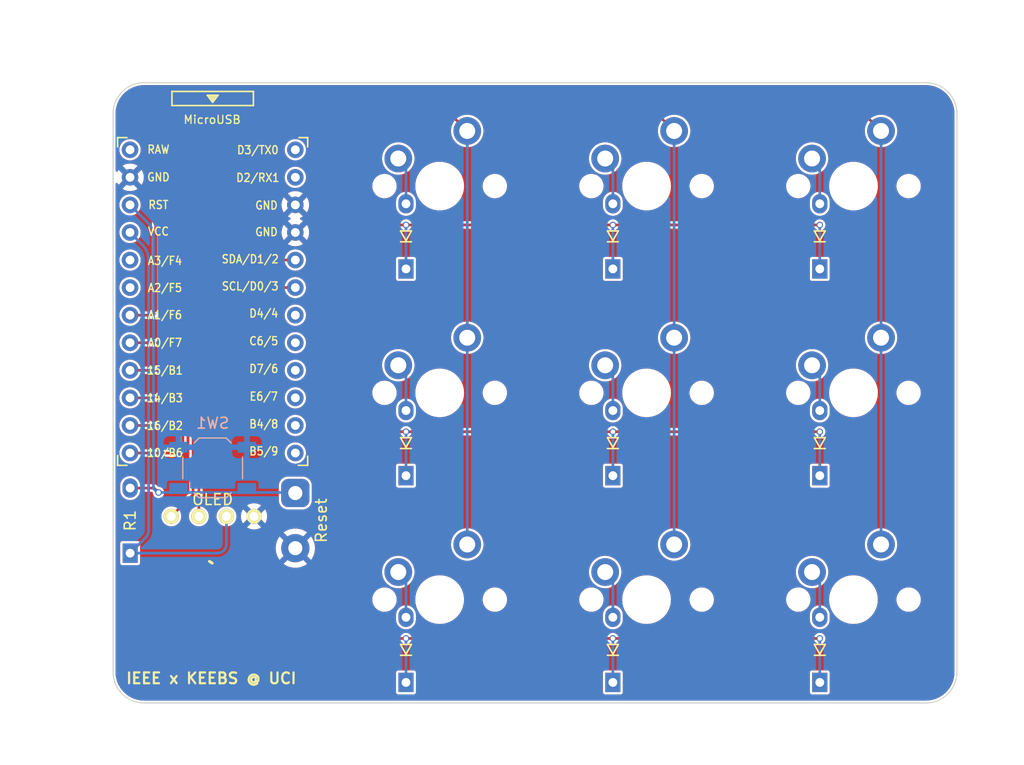
<source format=kicad_pcb>
(kicad_pcb (version 20211014) (generator pcbnew)
  (layers (0 "F.Cu" signal) (31 "B.Cu" signal) (34 "B.Paste" user) (35 "F.Paste" user) (36 "B.SilkS" user "B.Silkscreen") (37 "F.SilkS" user "F.Silkscreen") (38 "B.Mask" user) (39 "F.Mask" user) (44 "Edge.Cuts" user))
  (net 0 "")
  (net 1 "GND")
  (net 2 "row0")
  (net 3 "SDA")
  (net 4 "SCL")
  (net 5 "col0")
  (net 6 "col1")
  (net 7 "col2")
  (net 8 "+5V")
  (net 9 "Net-(R1-Pad2)")
  (net 19 "row1")
  (net 20 "row2")
  (net 21 "Net-(D1-Pad2)")
  (net 22 "Net-(D2-Pad2)")
  (net 23 "Net-(D3-Pad2)")
  (net 24 "Net-(D4-Pad2)")
  (net 25 "Net-(D5-Pad2)")
  (net 26 "Net-(D6-Pad2)")
  (net 27 "Net-(D7-Pad2)")
  (net 28 "Net-(D8-Pad2)")
  (net 29 "Net-(D9-Pad2)")
  (footprint "bevin:MXOnly-1U-NoLED" (layer "F.Cu") (at 135.999524 66.675)
    (fp_text reference "MX2")
    (fp_text value "MX-NoLED")
    (pad "" np_thru_hole circle (at -5.08 0 48.0996) (size 1.75 1.75) (drill 1.75) (layers *.Cu *.Mask))
    (pad "" np_thru_hole circle (at 0 0) (size 3.9878 3.9878) (drill 3.9878) (layers *.Cu *.Mask))
    (pad "" np_thru_hole circle (at 5.08 0 48.0996) (size 1.75 1.75) (drill 1.75) (layers *.Cu *.Mask))
    (pad "1" thru_hole circle (at -3.81 -2.54) (size 2.55 2.55) (drill 1.47) (layers *.Cu "B.Mask") (net 24 "Net-(D4-Pad2)"))
    (pad "2" thru_hole circle (at 2.54 -5.08) (size 2.55 2.55) (drill 1.47) (layers *.Cu "B.Mask") (net 5 "col0"))
  )
  (footprint "bevin:D3_TH_nonHybrid" (layer "F.Cu") (at 151.949524 71.30625 90)
    (fp_text reference "D5" hide)
    (fp_text value "D_Small" hide)
    (fp_line (start 0.5 -0.5) (end 0.5 0.5) (layer "F.SilkS") (width 0.15))
    (fp_line (start -0.5 -0.5) (end -0.5 0.5) (layer "F.SilkS") (width 0.15))
    (fp_line (start 0.5 0.5) (end -0.4 0) (layer "F.SilkS") (width 0.15))
    (fp_line (start -0.4 0) (end 0.5 -0.5) (layer "F.SilkS") (width 0.15))
    (pad "1" thru_hole rect (at -3 0 90) (size 1.778 1.397) (drill 0.8128) (layers *.Cu "B.Mask") (net 19 "row1"))
    (pad "2" thru_hole oval (at 3 0 90) (size 1.778 1.397) (drill 0.8128) (layers *.Cu "B.Mask") (net 25 "Net-(D5-Pad2)"))
  )
  (footprint "bevin:MXOnly-1U-NoLED" (layer "F.Cu") (at 155.049524 47.625)
    (fp_text reference "MX4")
    (fp_text value "MX-NoLED")
    (pad "" np_thru_hole circle (at 5.08 0 48.0996) (size 1.75 1.75) (drill 1.75) (layers *.Cu *.Mask))
    (pad "" np_thru_hole circle (at -5.08 0 48.0996) (size 1.75 1.75) (drill 1.75) (layers *.Cu *.Mask))
    (pad "" np_thru_hole circle (at 0 0) (size 3.9878 3.9878) (drill 3.9878) (layers *.Cu *.Mask))
    (pad "1" thru_hole circle (at -3.81 -2.54) (size 2.55 2.55) (drill 1.47) (layers *.Cu "B.Mask") (net 22 "Net-(D2-Pad2)"))
    (pad "2" thru_hole circle (at 2.54 -5.08) (size 2.55 2.55) (drill 1.47) (layers *.Cu "B.Mask") (net 6 "col1"))
  )
  (footprint "bevin:OLED_v2" (layer "F.Cu") (at 115.099942 78.05625)
    (fp_text reference "J1")
    (fp_text value "OLED" hide)
    (fp_text user "OLED" (at 0 -1.55) (layer "F.SilkS"))
    (pad "1" thru_hole circle locked (at -3.81 0) (size 1.397 1.397) (drill 0.8128) (layers *.Cu "F.SilkS" "B.Mask") (net 3 "SDA"))
    (pad "2" thru_hole circle locked (at -1.27 0) (size 1.397 1.397) (drill 0.8128) (layers *.Cu "F.SilkS" "B.Mask") (net 4 "SCL"))
    (pad "3" thru_hole circle locked (at 1.27 0) (size 1.397 1.397) (drill 0.8128) (layers *.Cu "F.SilkS" "B.Mask") (net 8 "+5V"))
    (pad "4" thru_hole circle locked (at 3.81 0) (size 1.397 1.397) (drill 0.8128) (layers *.Cu "F.SilkS" "B.Mask") (net 1 "GND"))
  )
  (footprint "bevin:MXOnly-1U-NoLED" (layer "F.Cu") (at 155.049524 66.675)
    (fp_text reference "MX5")
    (fp_text value "MX-NoLED")
    (pad "" np_thru_hole circle (at 0 0) (size 3.9878 3.9878) (drill 3.9878) (layers *.Cu *.Mask))
    (pad "" np_thru_hole circle (at -5.08 0 48.0996) (size 1.75 1.75) (drill 1.75) (layers *.Cu *.Mask))
    (pad "" np_thru_hole circle (at 5.08 0 48.0996) (size 1.75 1.75) (drill 1.75) (layers *.Cu *.Mask))
    (pad "1" thru_hole circle (at -3.81 -2.54) (size 2.55 2.55) (drill 1.47) (layers *.Cu "B.Mask") (net 25 "Net-(D5-Pad2)"))
    (pad "2" thru_hole circle (at 2.54 -5.08) (size 2.55 2.55) (drill 1.47) (layers *.Cu "B.Mask") (net 6 "col1"))
  )
  (footprint "bevin:MXOnly-1U-NoLED" (layer "F.Cu") (at 135.999524 85.725)
    (fp_text reference "MX3")
    (fp_text value "MX-NoLED")
    (pad "" np_thru_hole circle (at 0 0) (size 3.9878 3.9878) (drill 3.9878) (layers *.Cu *.Mask))
    (pad "" np_thru_hole circle (at -5.08 0 48.0996) (size 1.75 1.75) (drill 1.75) (layers *.Cu *.Mask))
    (pad "" np_thru_hole circle (at 5.08 0 48.0996) (size 1.75 1.75) (drill 1.75) (layers *.Cu *.Mask))
    (pad "1" thru_hole circle (at -3.81 -2.54) (size 2.55 2.55) (drill 1.47) (layers *.Cu "B.Mask") (net 27 "Net-(D7-Pad2)"))
    (pad "2" thru_hole circle (at 2.54 -5.08) (size 2.55 2.55) (drill 1.47) (layers *.Cu "B.Mask") (net 5 "col0"))
  )
  (footprint "bevin:D3_TH_nonHybrid" (layer "F.Cu") (at 132.899524 90.35625 90)
    (fp_text reference "D7" hide)
    (fp_text value "D_Small" hide)
    (fp_line (start 0.5 -0.5) (end 0.5 0.5) (layer "F.SilkS") (width 0.15))
    (fp_line (start -0.4 0) (end 0.5 -0.5) (layer "F.SilkS") (width 0.15))
    (fp_line (start -0.5 -0.5) (end -0.5 0.5) (layer "F.SilkS") (width 0.15))
    (fp_line (start 0.5 0.5) (end -0.4 0) (layer "F.SilkS") (width 0.15))
    (pad "1" thru_hole rect (at -3 0 90) (size 1.778 1.397) (drill 0.8128) (layers *.Cu "B.Mask") (net 20 "row2"))
    (pad "2" thru_hole oval (at 3 0 90) (size 1.778 1.397) (drill 0.8128) (layers *.Cu "B.Mask") (net 27 "Net-(D7-Pad2)"))
  )
  (footprint "bevin:D3_TH_nonHybrid" (layer "F.Cu") (at 132.899524 71.30625 90)
    (fp_text reference "D4" hide)
    (fp_text value "D_Small" hide)
    (fp_line (start -0.5 -0.5) (end -0.5 0.5) (layer "F.SilkS") (width 0.15))
    (fp_line (start -0.4 0) (end 0.5 -0.5) (layer "F.SilkS") (width 0.15))
    (fp_line (start 0.5 0.5) (end -0.4 0) (layer "F.SilkS") (width 0.15))
    (fp_line (start 0.5 -0.5) (end 0.5 0.5) (layer "F.SilkS") (width 0.15))
    (pad "1" thru_hole rect (at -3 0 90) (size 1.778 1.397) (drill 0.8128) (layers *.Cu "B.Mask") (net 19 "row1"))
    (pad "2" thru_hole oval (at 3 0 90) (size 1.778 1.397) (drill 0.8128) (layers *.Cu "B.Mask") (net 24 "Net-(D4-Pad2)"))
  )
  (footprint "bevin:R3_TH_nonHybrid" (layer "F.Cu") (at 107.499942 78.44625 90)
    (fp_text reference "R1" hide)
    (fp_text value "10k" hide)
    (fp_text user "R1" (at 0 0 90 unlocked) (layer "F.SilkS"))
    (pad "1" thru_hole rect (at -3 0 90) (size 1.778 1.397) (drill 0.8128) (layers *.Cu "B.Mask") (net 8 "+5V"))
    (pad "2" thru_hole oval (at 3 0 90) (size 1.778 1.397) (drill 0.8128) (layers *.Cu "B.Mask") (net 9 "Net-(R1-Pad2)"))
  )
  (footprint "bevin:D3_TH_nonHybrid" (layer "F.Cu") (at 170.999524 90.35625 90)
    (fp_text reference "D9" hide)
    (fp_text value "D_Small" hide)
    (fp_line (start -0.5 -0.5) (end -0.5 0.5) (layer "F.SilkS") (width 0.15))
    (fp_line (start 0.5 -0.5) (end 0.5 0.5) (layer "F.SilkS") (width 0.15))
    (fp_line (start 0.5 0.5) (end -0.4 0) (layer "F.SilkS") (width 0.15))
    (fp_line (start -0.4 0) (end 0.5 -0.5) (layer "F.SilkS") (width 0.15))
    (pad "1" thru_hole rect (at -3 0 90) (size 1.778 1.397) (drill 0.8128) (layers *.Cu "B.Mask") (net 20 "row2"))
    (pad "2" thru_hole oval (at 3 0 90) (size 1.778 1.397) (drill 0.8128) (layers *.Cu "B.Mask") (net 29 "Net-(D9-Pad2)"))
  )
  (footprint "bevin:D3_TH_nonHybrid" (layer "F.Cu") (at 132.899524 52.25625 90)
    (fp_text reference "D1" hide)
    (fp_text value "D_Small" hide)
    (fp_line (start 0.5 0.5) (end -0.4 0) (layer "F.SilkS") (width 0.15))
    (fp_line (start 0.5 -0.5) (end 0.5 0.5) (layer "F.SilkS") (width 0.15))
    (fp_line (start -0.5 -0.5) (end -0.5 0.5) (layer "F.SilkS") (width 0.15))
    (fp_line (start -0.4 0) (end 0.5 -0.5) (layer "F.SilkS") (width 0.15))
    (pad "1" thru_hole rect (at -3 0 90) (size 1.778 1.397) (drill 0.8128) (layers *.Cu "B.Mask") (net 2 "row0"))
    (pad "2" thru_hole oval (at 3 0 90) (size 1.778 1.397) (drill 0.8128) (layers *.Cu "B.Mask") (net 21 "Net-(D1-Pad2)"))
  )
  (footprint "bevin:D3_TH_nonHybrid" (layer "F.Cu") (at 170.999524 71.30625 90)
    (fp_text reference "D6" hide)
    (fp_text value "D_Small" hide)
    (fp_line (start -0.5 -0.5) (end -0.5 0.5) (layer "F.SilkS") (width 0.15))
    (fp_line (start 0.5 -0.5) (end 0.5 0.5) (layer "F.SilkS") (width 0.15))
    (fp_line (start -0.4 0) (end 0.5 -0.5) (layer "F.SilkS") (width 0.15))
    (fp_line (start 0.5 0.5) (end -0.4 0) (layer "F.SilkS") (width 0.15))
    (pad "1" thru_hole rect (at -3 0 90) (size 1.778 1.397) (drill 0.8128) (layers *.Cu "B.Mask") (net 19 "row1"))
    (pad "2" thru_hole oval (at 3 0 90) (size 1.778 1.397) (drill 0.8128) (layers *.Cu "B.Mask") (net 26 "Net-(D6-Pad2)"))
  )
  (footprint "bevin:D3_TH_nonHybrid" (layer "F.Cu") (at 151.949524 52.25625 90)
    (fp_text reference "D2" hide)
    (fp_text value "D_Small" hide)
    (fp_line (start 0.5 -0.5) (end 0.5 0.5) (layer "F.SilkS") (width 0.15))
    (fp_line (start -0.4 0) (end 0.5 -0.5) (layer "F.SilkS") (width 0.15))
    (fp_line (start 0.5 0.5) (end -0.4 0) (layer "F.SilkS") (width 0.15))
    (fp_line (start -0.5 -0.5) (end -0.5 0.5) (layer "F.SilkS") (width 0.15))
    (pad "1" thru_hole rect (at -3 0 90) (size 1.778 1.397) (drill 0.8128) (layers *.Cu "B.Mask") (net 2 "row0"))
    (pad "2" thru_hole oval (at 3 0 90) (size 1.778 1.397) (drill 0.8128) (layers *.Cu "B.Mask") (net 22 "Net-(D2-Pad2)"))
  )
  (footprint "bevin:MXOnly-1U-NoLED" (layer "F.Cu") (at 174.099524 47.625)
    (fp_text reference "MX7")
    (fp_text value "MX-NoLED")
    (pad "" np_thru_hole circle (at 0 0) (size 3.9878 3.9878) (drill 3.9878) (layers *.Cu *.Mask))
    (pad "" np_thru_hole circle (at 5.08 0 48.0996) (size 1.75 1.75) (drill 1.75) (layers *.Cu *.Mask))
    (pad "" np_thru_hole circle (at -5.08 0 48.0996) (size 1.75 1.75) (drill 1.75) (layers *.Cu *.Mask))
    (pad "1" thru_hole circle (at -3.81 -2.54) (size 2.55 2.55) (drill 1.47) (layers *.Cu "B.Mask") (net 23 "Net-(D3-Pad2)"))
    (pad "2" thru_hole circle (at 2.54 -5.08) (size 2.55 2.55) (drill 1.47) (layers *.Cu "B.Mask") (net 7 "col2"))
  )
  (footprint "bevin:MXOnly-1U-NoLED" (layer "F.Cu") (at 135.999524 47.625)
    (fp_text reference "MX1")
    (fp_text value "MX-NoLED")
    (pad "" np_thru_hole circle (at -5.08 0 48.0996) (size 1.75 1.75) (drill 1.75) (layers *.Cu *.Mask))
    (pad "" np_thru_hole circle (at 0 0) (size 3.9878 3.9878) (drill 3.9878) (layers *.Cu *.Mask))
    (pad "" np_thru_hole circle (at 5.08 0 48.0996) (size 1.75 1.75) (drill 1.75) (layers *.Cu *.Mask))
    (pad "1" thru_hole circle (at -3.81 -2.54) (size 2.55 2.55) (drill 1.47) (layers *.Cu "B.Mask") (net 21 "Net-(D1-Pad2)"))
    (pad "2" thru_hole circle (at 2.54 -5.08) (size 2.55 2.55) (drill 1.47) (layers *.Cu "B.Mask") (net 5 "col0"))
  )
  (footprint "bevin:D3_TH_nonHybrid" (layer "F.Cu") (at 151.949524 90.35625 90)
    (fp_text reference "D8" hide)
    (fp_text value "D_Small" hide)
    (fp_line (start 0.5 0.5) (end -0.4 0) (layer "F.SilkS") (width 0.15))
    (fp_line (start -0.4 0) (end 0.5 -0.5) (layer "F.SilkS") (width 0.15))
    (fp_line (start -0.5 -0.5) (end -0.5 0.5) (layer "F.SilkS") (width 0.15))
    (fp_line (start 0.5 -0.5) (end 0.5 0.5) (layer "F.SilkS") (width 0.15))
    (pad "1" thru_hole rect (at -3 0 90) (size 1.778 1.397) (drill 0.8128) (layers *.Cu "B.Mask") (net 20 "row2"))
    (pad "2" thru_hole oval (at 3 0 90) (size 1.778 1.397) (drill 0.8128) (layers *.Cu "B.Mask") (net 28 "Net-(D8-Pad2)"))
  )
  (footprint "bevin:MXOnly-1U-NoLED" (layer "F.Cu") (at 155.049524 85.725)
    (fp_text reference "MX6")
    (fp_text value "MX-NoLED")
    (pad "" np_thru_hole circle (at -5.08 0 48.0996) (size 1.75 1.75) (drill 1.75) (layers *.Cu *.Mask))
    (pad "" np_thru_hole circle (at 5.08 0 48.0996) (size 1.75 1.75) (drill 1.75) (layers *.Cu *.Mask))
    (pad "" np_thru_hole circle (at 0 0) (size 3.9878 3.9878) (drill 3.9878) (layers *.Cu *.Mask))
    (pad "1" thru_hole circle (at -3.81 -2.54) (size 2.55 2.55) (drill 1.47) (layers *.Cu "B.Mask") (net 28 "Net-(D8-Pad2)"))
    (pad "2" thru_hole circle (at 2.54 -5.08) (size 2.55 2.55) (drill 1.47) (layers *.Cu "B.Mask") (net 6 "col1"))
  )
  (footprint "bevin:MXOnly-1U-NoLED" (layer "F.Cu") (at 174.099524 66.675)
    (fp_text reference "MX8")
    (fp_text value "MX-NoLED")
    (pad "" np_thru_hole circle (at 5.08 0 48.0996) (size 1.75 1.75) (drill 1.75) (layers *.Cu *.Mask))
    (pad "" np_thru_hole circle (at 0 0) (size 3.9878 3.9878) (drill 3.9878) (layers *.Cu *.Mask))
    (pad "" np_thru_hole circle (at -5.08 0 48.0996) (size 1.75 1.75) (drill 1.75) (layers *.Cu *.Mask))
    (pad "1" thru_hole circle (at -3.81 -2.54) (size 2.55 2.55) (drill 1.47) (layers *.Cu "B.Mask") (net 26 "Net-(D6-Pad2)"))
    (pad "2" thru_hole circle (at 2.54 -5.08) (size 2.55 2.55) (drill 1.47) (layers *.Cu "B.Mask") (net 7 "col2"))
  )
  (footprint "bevin:ProMicro_v3" (layer "F.Cu") (at 115.099942 58.75625)
    (fp_text reference "U1" hide)
    (fp_text value "ProMicro" hide)
    (fp_text user "RAW" (at -4.995 -14.5 unlocked) (layer "F.SilkS") (effects (font (size 0.75 0.67) (thickness 0.125))))
    (fp_text user "14/B3" (at -4.395 8.4 unlocked) (layer "F.SilkS") (effects (font (size 0.75 0.67) (thickness 0.125))))
    (fp_text user "MicroUSB" (at -0.05 -17.25) (layer "F.SilkS") (effects (font (size 0.75 0.75) (thickness 0.12))))
    (fp_text user "RST" (at -4.995 -9.4 unlocked) (layer "F.SilkS") (effects (font (size 0.75 0.67) (thickness 0.125))))
    (fp_text user "D7/6" (at 4.705 5.7 unlocked) (layer "F.SilkS") (effects (font (size 0.75 0.67) (thickness 0.125))))
    (fp_text user "15/B1" (at -4.395 5.85 unlocked) (layer "F.SilkS") (effects (font (size 0.75 0.67) (thickness 0.125))))
    (fp_text user "D3/TX0" (at 4.155 -14.45 unlocked) (layer "F.SilkS") (effects (font (size 0.75 0.67) (thickness 0.125))))
    (fp_text user "SDA/D1/2" (at 3.455 -4.4 unlocked) (layer "F.SilkS") (effects (font (size 0.75 0.67) (thickness 0.125))))
    (fp_text user "10/B6" (at -4.395 13.45 unlocked) (layer "F.SilkS") (effects (font (size 0.75 0.67) (thickness 0.125))))
    (fp_text user "A3/F4" (at -4.395 -4.25 unlocked) (layer "F.SilkS") (effects (font (size 0.75 0.67) (thickness 0.125))))
    (fp_text user "A0/F7" (at -4.395 3.3 unlocked) (layer "F.SilkS") (effects (font (size 0.75 0.67) (thickness 0.125))))
    (fp_text user "GND" (at 4.955 -9.35 unlocked) (layer "F.SilkS") (effects (font (size 0.75 0.67) (thickness 0.125))))
    (fp_text user "C6/5" (at 4.705 3.15 unlocked) (layer "F.SilkS") (effects (font (size 0.75 0.67) (thickness 0.125))))
    (fp_text user "VCC" (at -4.995 -6.95 unlocked) (layer "F.SilkS") (effects (font (size 0.75 0.67) (thickness 0.125))))
    (fp_text user "A2/F5" (at -4.395 -1.75 unlocked) (layer "F.SilkS") (effects (font (size 0.75 0.67) (thickness 0.125))))
    (fp_text user "GND" (at -4.995 -11.95 unlocked) (layer "F.SilkS") (effects (font (size 0.75 0.67) (thickness 0.125))))
    (fp_text user "A1/F6" (at -4.395 0.75 unlocked) (layer "F.SilkS") (effects (font (size 0.75 0.67) (thickness 0.125))))
    (fp_text user "E6/7" (at 4.705 8.25 unlocked) (layer "F.SilkS") (effects (font (size 0.75 0.67) (thickness 0.125))))
    (fp_text user "GND" (at 4.955 -6.9 unlocked) (layer "F.SilkS") (effects (font (size 0.75 0.67) (thickness 0.125))))
    (fp_text user "D2/RX1" (at 4.155 -11.9 unlocked) (layer "F.SilkS") (effects (font (size 0.75 0.67) (thickness 0.125))))
    (fp_text user "B5/9" (at 4.705 13.3 unlocked) (layer "F.SilkS") (effects (font (size 0.75 0.67) (thickness 0.125))))
    (fp_text user "SCL/D0/3" (at 3.455 -1.9 unlocked) (layer "F.SilkS") (effects (font (size 0.75 0.67) (thickness 0.125))))
    (fp_text user "D4/4" (at 4.705 0.6 unlocked) (layer "F.SilkS") (effects (font (size 0.75 0.67) (thickness 0.125))))
    (fp_text user "B4/8" (at 4.705 10.8 unlocked) (layer "F.SilkS") (effects (font (size 0.75 0.67) (thickness 0.125))))
    (fp_text user "16/B2" (at -4.395 10.95 unlocked) (layer "F.SilkS") (effects (font (size 0.75 0.67) (thickness 0.125))))
    (fp_line (start -0.15 -19.05) (end 0.15 -19.05) (layer "F.SilkS") (width 0.15))
    (fp_line (start 8.75 -15.6) (end 7.95 -15.6) (layer "F.SilkS") (width 0.15))
    (fp_line (start 8.75 14.6) (end 7.89 14.6) (layer "F.SilkS") (width 0.15))
    (fp_line (start -3.75 -18.55) (end 3.75 -18.55) (layer "F.SilkS") (width 0.15))
    (fp_line (start -8.75 13.7) (end -8.75 14.6) (layer "F.SilkS") (width 0.15))
    (fp_line (start -0.35 -19.35) (end 0.35 -19.35) (layer "F.SilkS") (width 0.15))
    (fp_line (start 0 -18.85) (end -0.5 -19.5) (layer "F.SilkS") (width 0.15))
    (fp_line (start -8.75 -15.6) (end -8.75 -14.75) (layer "F.SilkS") (width 0.15))
    (fp_line (start 0.5 -19.5) (end 0 -18.85) (layer "F.SilkS") (width 0.15))
    (fp_line (start 3.75 -18.55) (end 3.75 -19.85) (layer "F.SilkS") (width 0.15))
    (fp_line (start 3.75 -19.85) (end -3.75 -19.85) (layer "F.SilkS") (width 0.15))
    (fp_line (start 8.75 -15.6) (end 8.75 -14.75) (layer "F.SilkS") (width 0.15))
    (fp_line (start -8.75 14.6) (end -7.9 14.6) (layer "F.SilkS") (width 0.15))
    (fp_line (start -8.75 -15.6) (end -7.9 -15.6) (layer "F.SilkS") (width 0.15))
    (fp_line (start -3.75 -19.85) (end -3.75 -18.55) (layer "F.SilkS") (width 0.15))
    (fp_line (start 8.75 13.75) (end 8.75 14.6) (layer "F.SilkS") (width 0.15))
    (fp_line (start -0.25 -19.2) (end 0.25 -19.2) (layer "F.SilkS") (width 0.15))
    (fp_line (start -0.5 -19.5) (end 0.5 -19.5) (layer "F.SilkS") (width 0.15))
    (pad "1" thru_hole circle (at 7.6114 -14.478) (size 1.524 1.524) (drill 0.8128) (layers *.Cu "B.Mask"))
    (pad "2" thru_hole circle (at 7.6114 -11.938) (size 1.524 1.524) (drill 0.8128) (layers *.Cu "B.Mask"))
    (pad "3" thru_hole circle (at 7.6114 -9.398) (size 1.524 1.524) (drill 0.8128) (layers *.Cu "B.Mask") (net 1 "GND"))
    (pad "4" thru_hole circle (at 7.6114 -6.858) (size 1.524 1.524) (drill 0.8128) (layers *.Cu "B.Mask") (net 1 "GND"))
    (pad "5" thru_hole circle (at 7.6114 -4.318) (size 1.524 1.524) (drill 0.8128) (layers *.Cu "B.Mask") (net 3 "SDA"))
    (pad "6" thru_hole circle (at 7.6114 -1.778) (size 1.524 1.524) (drill 0.8128) (layers *.Cu "B.Mask") (net 4 "SCL"))
    (pad "7" thru_hole circle (at 7.6114 0.762) (size 1.524 1.524) (drill 0.8128) (layers *.Cu "B.Mask"))
    (pad "8" thru_hole circle (at 7.6114 3.302) (size 1.524 1.524) (drill 0.8128) (layers *.Cu "B.Mask"))
    (pad "9" thru_hole circle (at 7.6114 5.842) (size 1.524 1.524) (drill 0.8128) (layers *.Cu "B.Mask"))
    (pad "10" thru_hole circle (at 7.6114 8.382) (size 1.524 1.524) (drill 0.8128) (layers *.Cu "B.Mask"))
    (pad "11" thru_hole circle (at 7.6114 10.922) (size 1.524 1.524) (drill 0.8128) (layers *.Cu "B.Mask"))
    (pad "12" thru_hole circle (at 7.6114 13.462) (size 1.524 1.524) (drill 0.8128) (layers *.Cu "B.Mask"))
    (pad "13" thru_hole circle (at -7.6086 13.462) (size 1.524 1.524) (drill 0.8128) (layers *.Cu "B.Mask") (net 20 "row2"))
    (pad "14" thru_hole circle (at -7.6086 10.922) (size 1.524 1.524) (drill 0.8128) (layers *.Cu "B.Mask") (net 19 "row1"))
    (pad "15" thru_hole circle (at -7.6086 8.382) (size 1.524 1.524) (drill 0.8128) (layers *.Cu "B.Mask") (net 2 "row0"))
    (pad "16" thru_hole circle (at -7.6086 5.842) (size 1.524 1.524) (drill 0.8128) (layers *.Cu "B.Mask") (net 5 "col0"))
    (pad "17" thru_hole circle (at -7.6086 3.302) (size 1.524 1.524) (drill 0.8128) (layers *.Cu "B.Mask") (net 6 "col1"))
    (pad "18" thru_hole circle (at -7.6086 0.762) (size 1.524 1.524) (drill 0.8128) (layers *.Cu "B.Mask") (net 7 "col2"))
    (pad "19" thru_hole circle (at -7.6086 -1.778) (size 1.524 1.524) (drill 0.8128) (layers *.Cu "B.Mask"))
    (pad "20" thru_hole circle (at -7.6086 -4.318) (size 1.524 1.524) (drill 0.8128) (layers *.Cu "B.Mask"))
    (pad "21" thru_hole circle (at -7.6086 -6.858) (size 1.524 1.524) (drill 0.8128) (layers *.Cu "B.Mask") (net 8 "+5V"))
    (pad "22" thru_hole circle (at -7.6086 -9.398) (size 1.524 1.524) (drill 0.8128) (layers *.Cu "B.Mask") (net 9 "Net-(R1-Pad2)"))
    (pad "23" thru_hole circle (at -7.6086 -11.938) (size 1.524 1.524) (drill 0.8128) (layers *.Cu "B.Mask") (net 1 "GND"))
    (pad "24" thru_hole circle (at -7.6086 -14.478) (size 1.524 1.524) (drill 0.8128) (layers *.Cu "B.Mask"))
  )
  (footprint "LOGO" (layer "F.Cu") (at 115.099942 87.0525)
    (fp_text reference "G***")
    (fp_text value "LOGO" hide)
    (fp_poly (pts (xy -0.284936 -4.984028) (xy -0.236275 -4.963856) (xy -0.204495 -4.947609) (xy -0.085457 -4.878466) (xy 0.005536 -4.811527) (xy 0.065569 -4.749325) (xy 0.091724 -4.694394) (xy 0.092326 -4.689795) (xy 0.081862 -4.62486) (xy 0.042637 -4.575647) (xy -0.01667 -4.551734) (xy -0.033598 -4.550831) (xy -0.075129 -4.562136) (xy -0.138863 -4.592523) (xy -0.216444 -4.637825) (xy -0.245148 -4.656318) (xy -0.31553 -4.705779) (xy -0.37442 -4.752737) (xy -0.413566 -4.790331) (xy -0.42388 -4.804935) (xy -0.432606 -4.865826) (xy -0.410949 -4.925837) (xy -0.364622 -4.970995) (xy -0.353671 -4.976666) (xy -0.319832 -4.987473)) (layer "F.SilkS") (width 0) (fill solid))
  )
  (footprint "TestPoint:TestPoint_2Pads_Pitch5.08mm_Drill1.3mm" (layer "F.Cu") (at 122.709942 75.90625 -90)
    (fp_text reference "Reset" (at 2.54 -2.39 90) (layer "F.SilkS"))
    (fp_text value "Jumper_2_Open")
    (pad "1" thru_hole roundrect (at 0 0 270) (size 2.6 2.6) (drill 1.3) (layers *.Cu *.Mask) (net 9 "Net-(R1-Pad2)"))
    (pad "2" thru_hole circle (at 5.08 0 270) (size 2.6 2.6) (drill 1.3) (layers *.Cu *.Mask) (net 1 "GND"))
  )
  (footprint "bevin:D3_TH_nonHybrid" (layer "F.Cu") (at 170.999524 52.25625 90)
    (fp_text reference "D3" hide)
    (fp_text value "D_Small" hide)
    (fp_line (start -0.5 -0.5) (end -0.5 0.5) (layer "F.SilkS") (width 0.15))
    (fp_line (start 0.5 0.5) (end -0.4 0) (layer "F.SilkS") (width 0.15))
    (fp_line (start 0.5 -0.5) (end 0.5 0.5) (layer "F.SilkS") (width 0.15))
    (fp_line (start -0.4 0) (end 0.5 -0.5) (layer "F.SilkS") (width 0.15))
    (pad "1" thru_hole rect (at -3 0 90) (size 1.778 1.397) (drill 0.8128) (layers *.Cu "B.Mask") (net 2 "row0"))
    (pad "2" thru_hole oval (at 3 0 90) (size 1.778 1.397) (drill 0.8128) (layers *.Cu "B.Mask") (net 23 "Net-(D3-Pad2)"))
  )
  (footprint "bevin:MXOnly-1U-NoLED" (layer "F.Cu") (at 174.099524 85.725)
    (fp_text reference "MX9")
    (fp_text value "MX-NoLED")
    (pad "" np_thru_hole circle (at 5.08 0 48.0996) (size 1.75 1.75) (drill 1.75) (layers *.Cu *.Mask))
    (pad "" np_thru_hole circle (at 0 0) (size 3.9878 3.9878) (drill 3.9878) (layers *.Cu *.Mask))
    (pad "" np_thru_hole circle (at -5.08 0 48.0996) (size 1.75 1.75) (drill 1.75) (layers *.Cu *.Mask))
    (pad "1" thru_hole circle (at -3.81 -2.54) (size 2.55 2.55) (drill 1.47) (layers *.Cu "B.Mask") (net 29 "Net-(D9-Pad2)"))
    (pad "2" thru_hole circle (at 2.54 -5.08) (size 2.55 2.55) (drill 1.47) (layers *.Cu "B.Mask") (net 7 "col2"))
  )
  (footprint "Button_Switch_SMD:SW_SPST_TL3342" (layer "B.Cu") (at 115.099942 73.58625)
    (fp_text reference "SW1" (at 0 -4.1175) (layer "B.SilkS") (effects (justify mirror)))
    (fp_text value "SW_Push")
    (fp_line (start 1.7 2.3) (end 1.25 2.75) (layer "B.SilkS") (width 0.12))
    (fp_line (start -1.25 -2.75) (end 1.25 -2.75) (layer "B.SilkS") (width 0.12))
    (fp_line (start -1.25 2.75) (end 1.25 2.75) (layer "B.SilkS") (width 0.12))
    (fp_line (start 1.7 -2.3) (end 1.25 -2.75) (layer "B.SilkS") (width 0.12))
    (fp_line (start 2.75 1) (end 2.75 -1) (layer "B.SilkS") (width 0.12))
    (fp_line (start -1.7 2.3) (end -1.25 2.75) (layer "B.SilkS") (width 0.12))
    (fp_line (start -2.75 1) (end -2.75 -1) (layer "B.SilkS") (width 0.12))
    (fp_line (start -1.7 -2.3) (end -1.25 -2.75) (layer "B.SilkS") (width 0.12))
    (pad "1" smd rect (at -3.15 1.9) (size 1.7 1) (layers "B.Cu" "B.Paste" "B.Mask") (net 9 "Net-(R1-Pad2)"))
    (pad "1" smd rect (at 3.15 1.9) (size 1.7 1) (layers "B.Cu" "B.Paste" "B.Mask") (net 9 "Net-(R1-Pad2)"))
    (pad "2" smd rect (at 3.15 -1.9) (size 1.7 1) (layers "B.Cu" "B.Paste" "B.Mask") (net 1 "GND"))
    (pad "2" smd rect (at -3.15 -1.9) (size 1.7 1) (layers "B.Cu" "B.Paste" "B.Mask") (net 1 "GND"))
  )
  (gr_arc (start 105.932025 40.9575) (mid 106.768967 38.936942) (end 108.789525 38.1) (layer "Edge.Cuts") (width 0.1))
  (gr_line (start 108.789525 38.1) (end 180.767024 38.1) (layer "Edge.Cuts") (width 0.1))
  (gr_line (start 105.932025 92.3925) (end 105.932025 40.9575) (layer "Edge.Cuts") (width 0.1))
  (gr_line (start 183.624524 40.9575) (end 183.624524 92.3925) (layer "Edge.Cuts") (width 0.1))
  (gr_line (start 108.789525 95.25) (end 180.767024 95.25) (layer "Edge.Cuts") (width 0.1))
  (gr_arc (start 180.767024 38.1) (mid 182.787582 38.936942) (end 183.624524 40.9575) (layer "Edge.Cuts") (width 0.1))
  (gr_arc (start 108.789525 95.25) (mid 106.768967 94.413058) (end 105.932025 92.3925) (layer "Edge.Cuts") (width 0.1))
  (gr_arc (start 183.624524 92.3925) (mid 182.787582 94.413058) (end 180.767024 95.25) (layer "Edge.Cuts") (width 0.1))
  (gr_text "IEEE x KEEBS @ UCI" (at 114.973601 92.979274) (layer "F.SilkS") (effects (font (size 1 1) (thickness 0.2))))
  (segment (start 127.381631 50.913357) (end 127.243667 50.775393) (width 0.25) (layer "F.Cu") (net 2))
  (segment (start 132.899524 51.20625) (end 128.088738 51.20625) (width 0.25) (layer "F.Cu") (net 2))
  (segment (start 124.610754 40.9575) (end 114.30849 40.9575) (width 0.25) (layer "F.Cu") (net 2))
  (segment (start 170.999524 51.20625) (end 132.899524 51.20625) (width 0.25) (layer "F.Cu") (net 2))
  (segment (start 111.349942 66.75625) (end 110.967942 67.13825) (width 0.25) (layer "F.Cu") (net 2))
  (segment (start 126.950774 50.068286) (end 126.950774 43.29752) (width 0.25) (layer "F.Cu") (net 2))
  (segment (start 112.328591 41.777601) (end 112.170043 41.936149) (width 0.25) (layer "F.Cu") (net 2))
  (segment (start 111.349942 43.916048) (end 111.349942 66.75625) (width 0.25) (layer "F.Cu") (net 2))
  (segment (start 126.306409 41.741885) (end 126.166389 41.601865) (width 0.25) (layer "F.Cu") (net 2))
  (segment (start 110.967942 67.13825) (end 107.491342 67.13825) (width 0.25) (layer "F.Cu") (net 2))
  (via (at 132.899524 51.20625) (size 0.6) (drill 0.4) (layers "F.Cu" "B.Cu") (net 2))
  (via (at 151.949524 51.20625) (size 0.6) (drill 0.4) (layers "F.Cu" "B.Cu") (net 2))
  (via (at 170.999524 51.20625) (size 0.6) (drill 0.4) (layers "F.Cu" "B.Cu") (net 2))
  (arc (start 112.328591 41.777601) (mid 113.236976 41.170637) (end 114.30849 40.9575) (width 0.25) (layer "F.Cu") (net 2))
  (arc (start 127.381631 50.913357) (mid 127.706054 51.13013) (end 128.088738 51.20625) (width 0.25) (layer "F.Cu") (net 2))
  (arc (start 126.166389 41.601865) (mid 125.452658 41.124965) (end 124.610754 40.9575) (width 0.25) (layer "F.Cu") (net 2))
  (arc (start 112.170043 41.936149) (mid 111.563079 42.844534) (end 111.349942 43.916048) (width 0.25) (layer "F.Cu") (net 2))
  (arc (start 126.306409 41.741885) (mid 126.783309 42.455616) (end 126.950774 43.29752) (width 0.25) (layer "F.Cu") (net 2))
  (arc (start 127.243667 50.775393) (mid 127.026894 50.45097) (end 126.950774 50.068286) (width 0.25) (layer "F.Cu") (net 2))
  (segment (start 151.949524 54.90625) (end 151.949524 51.20625) (width 0.25) (layer "B.Cu") (net 2))
  (segment (start 132.899524 54.90625) (end 132.899524 51.20625) (width 0.25) (layer "B.Cu") (net 2))
  (segment (start 170.999524 54.90625) (end 170.999524 51.20625) (width 0.25) (layer "B.Cu") (net 2))
  (segment (start 113.299524 76.046668) (end 111.289942 78.05625) (width 0.25) (layer "F.Cu") (net 3))
  (segment (start 113.299524 55.886567) (end 113.299524 76.046668) (width 0.25) (layer "F.Cu") (net 3))
  (segment (start 113.757891 54.848301) (end 113.709574 54.896618) (width 0.25) (layer "F.Cu") (net 3))
  (segment (start 122.711342 54.43825) (end 114.747841 54.43825) (width 0.25) (layer "F.Cu") (net 3))
  (arc (start 114.747841 54.43825) (mid 114.212084 54.544819) (end 113.757891 54.848301) (width 0.25) (layer "F.Cu") (net 3))
  (arc (start 113.709574 54.896618) (mid 113.406093 55.350811) (end 113.299524 55.886567) (width 0.25) (layer "F.Cu") (net 3))
  (segment (start 122.711342 56.97825) (end 115.499262 56.97825) (width 0.25) (layer "F.Cu") (net 4))
  (segment (start 113.829942 58.64757) (end 113.829942 78.05625) (width 0.25) (layer "F.Cu") (net 4))
  (segment (start 114.438602 57.41759) (end 114.269282 57.58691) (width 0.25) (layer "F.Cu") (net 4))
  (arc (start 113.829942 58.64757) (mid 113.944123 58.073545) (end 114.269282 57.58691) (width 0.25) (layer "F.Cu") (net 4))
  (arc (start 115.499262 56.97825) (mid 114.925237 57.092431) (end 114.438602 57.41759) (width 0.25) (layer "F.Cu") (net 4))
  (segment (start 110.507942 64.59825) (end 110.849942 64.25625) (width 0.25) (layer "F.Cu") (net 5))
  (segment (start 137.061561 41.067037) (end 138.539524 42.545) (width 0.25) (layer "F.Cu") (net 5))
  (segment (start 114.159004 40.48125) (end 135.647347 40.48125) (width 0.25) (layer "F.Cu") (net 5))
  (segment (start 111.757911 41.598281) (end 111.966973 41.389219) (width 0.25) (layer "F.Cu") (net 5))
  (segment (start 110.849942 64.25625) (end 110.849942 43.790312) (width 0.25) (layer "F.Cu") (net 5))
  (segment (start 107.491342 64.59825) (end 110.507942 64.59825) (width 0.25) (layer "F.Cu") (net 5))
  (arc (start 137.061561 41.067037) (mid 136.412714 40.633491) (end 135.647347 40.48125) (width 0.25) (layer "F.Cu") (net 5))
  (arc (start 111.966973 41.389219) (mid 112.972685 40.717223) (end 114.159004 40.48125) (width 0.25) (layer "F.Cu") (net 5))
  (arc (start 111.757911 41.598281) (mid 111.085915 42.603993) (end 110.849942 43.790312) (width 0.25) (layer "F.Cu") (net 5))
  (segment (start 138.539524 42.545) (end 138.539524 80.645) (width 0.25) (layer "B.Cu") (net 5))
  (segment (start 157.589524 42.545) (end 155.63531 40.590786) (width 0.25) (layer "F.Cu") (net 6))
  (segment (start 154.221097 40.005) (end 114.009518 40.005) (width 0.25) (layer "F.Cu") (net 6))
  (segment (start 110.349942 61.75625) (end 110.047942 62.05825) (width 0.25) (layer "F.Cu") (net 6))
  (segment (start 110.047942 62.05825) (end 107.491342 62.05825) (width 0.25) (layer "F.Cu") (net 6))
  (segment (start 110.349942 43.664576) (end 110.349942 61.75625) (width 0.25) (layer "F.Cu") (net 6))
  (segment (start 111.605355 41.000837) (end 111.345779 41.260413) (width 0.25) (layer "F.Cu") (net 6))
  (arc (start 114.009518 40.005) (mid 112.708394 40.26381) (end 111.605355 41.000837) (width 0.25) (layer "F.Cu") (net 6))
  (arc (start 110.349942 43.664576) (mid 110.608752 42.363452) (end 111.345779 41.260413) (width 0.25) (layer "F.Cu") (net 6))
  (arc (start 155.63531 40.590786) (mid 154.986464 40.157241) (end 154.221097 40.005) (width 0.25) (layer "F.Cu") (net 6))
  (segment (start 157.589524 80.645) (end 157.589524 42.545) (width 0.25) (layer "B.Cu") (net 6))
  (segment (start 109.587942 59.51825) (end 109.849942 59.25625) (width 0.25) (layer "F.Cu") (net 7))
  (segment (start 107.491342 59.51825) (end 109.587942 59.51825) (width 0.25) (layer "F.Cu") (net 7))
  (segment (start 110.933647 40.922545) (end 111.243737 40.612455) (width 0.25) (layer "F.Cu") (net 7))
  (segment (start 109.849942 59.25625) (end 109.849942 43.53884) (width 0.25) (layer "F.Cu") (net 7))
  (segment (start 174.209061 40.114537) (end 176.639524 42.545) (width 0.25) (layer "F.Cu") (net 7))
  (segment (start 113.860032 39.52875) (end 172.794847 39.52875) (width 0.25) (layer "F.Cu") (net 7))
  (arc (start 172.794847 39.52875) (mid 173.560214 39.680991) (end 174.209061 40.114537) (width 0.25) (layer "F.Cu") (net 7))
  (arc (start 110.933647 40.922545) (mid 110.131588 42.122911) (end 109.849942 43.53884) (width 0.25) (layer "F.Cu") (net 7))
  (arc (start 113.860032 39.52875) (mid 112.444103 39.810396) (end 111.243737 40.612455) (width 0.25) (layer "F.Cu") (net 7))
  (segment (start 176.639524 42.545) (end 176.639524 80.645) (width 0.25) (layer "B.Cu") (net 7))
  (segment (start 116.096757 81.211935) (end 116.135628 81.173064) (width 0.25) (layer "B.Cu") (net 8))
  (segment (start 107.491342 51.89825) (end 108.614156 53.021064) (width 0.25) (layer "B.Cu") (net 8))
  (segment (start 108.907049 80.039143) (end 107.499942 81.44625) (width 0.25) (layer "B.Cu") (net 8))
  (segment (start 109.199942 54.435277) (end 109.199942 79.332036) (width 0.25) (layer "B.Cu") (net 8))
  (segment (start 116.369942 80.607379) (end 116.369942 78.05625) (width 0.25) (layer "B.Cu") (net 8))
  (segment (start 107.499942 81.44625) (end 115.531071 81.44625) (width 0.25) (layer "B.Cu") (net 8))
  (arc (start 115.531071 81.44625) (mid 115.837218 81.385353) (end 116.096757 81.211935) (width 0.25) (layer "B.Cu") (net 8))
  (arc (start 109.199942 79.332036) (mid 109.123822 79.714719) (end 108.907049 80.039143) (width 0.25) (layer "B.Cu") (net 8))
  (arc (start 116.135628 81.173064) (mid 116.309046 80.913525) (end 116.369942 80.607379) (width 0.25) (layer "B.Cu") (net 8))
  (arc (start 108.614156 53.021064) (mid 109.047701 53.66991) (end 109.199942 54.435277) (width 0.25) (layer "B.Cu") (net 8))
  (segment (start 110.112442 75.85625) (end 109.702442 75.44625) (width 0.25) (layer "F.Cu") (net 9))
  (segment (start 109.702442 75.44625) (end 107.499942 75.44625) (width 0.25) (layer "F.Cu") (net 9))
  (via (at 110.112442 75.85625) (size 0.6) (drill 0.4) (layers "F.Cu" "B.Cu") (net 9))
  (segment (start 109.063675 50.930583) (end 107.491342 49.35825) (width 0.25) (layer "B.Cu") (net 9))
  (segment (start 110.012442 75.85625) (end 110.112442 75.85625) (width 0.25) (layer "B.Cu") (net 9))
  (segment (start 109.649462 75.49327) (end 109.649462 52.344797) (width 0.25) (layer "B.Cu") (net 9))
  (segment (start 110.112442 75.85625) (end 122.659942 75.85625) (width 0.25) (layer "B.Cu") (net 9))
  (segment (start 110.012442 75.85625) (end 109.649462 75.49327) (width 0.25) (layer "B.Cu") (net 9))
  (arc (start 109.063675 50.930583) (mid 109.497221 51.57943) (end 109.649462 52.344797) (width 0.25) (layer "B.Cu") (net 9))
  (segment (start 107.491342 69.67825) (end 111.427942 69.67825) (width 0.25) (layer "F.Cu") (net 19))
  (segment (start 111.427942 69.67825) (end 111.849942 69.25625) (width 0.25) (layer "F.Cu") (net 19))
  (segment (start 126.825996 69.883972) (end 126.846802 69.904778) (width 0.25) (layer "F.Cu") (net 19))
  (segment (start 170.999524 70.25625) (end 132.899524 70.25625) (width 0.25) (layer "F.Cu") (net 19))
  (segment (start 125.833939 41.990247) (end 125.918027 42.074335) (width 0.25) (layer "F.Cu") (net 19))
  (segment (start 112.582175 42.274017) (end 112.690209 42.165983) (width 0.25) (layer "F.Cu") (net 19))
  (segment (start 114.457976 41.43375) (end 124.490436 41.43375) (width 0.25) (layer "F.Cu") (net 19))
  (segment (start 127.69533 70.25625) (end 132.899524 70.25625) (width 0.25) (layer "F.Cu") (net 19))
  (segment (start 126.474524 43.417838) (end 126.474524 69.035444) (width 0.25) (layer "F.Cu") (net 19))
  (segment (start 111.849942 69.25625) (end 111.849942 44.041784) (width 0.25) (layer "F.Cu") (net 19))
  (via (at 132.899524 70.25625) (size 0.6) (drill 0.4) (layers "F.Cu" "B.Cu") (net 19))
  (via (at 151.949524 70.25625) (size 0.6) (drill 0.4) (layers "F.Cu" "B.Cu") (net 19))
  (via (at 170.999524 70.25625) (size 0.6) (drill 0.4) (layers "F.Cu" "B.Cu") (net 19))
  (arc (start 125.833939 41.990247) (mid 125.217535 41.578379) (end 124.490436 41.43375) (width 0.25) (layer "F.Cu") (net 19))
  (arc (start 127.69533 70.25625) (mid 127.23611 70.164905) (end 126.846802 69.904778) (width 0.25) (layer "F.Cu") (net 19))
  (arc (start 126.474524 43.417838) (mid 126.329895 42.690739) (end 125.918027 42.074335) (width 0.25) (layer "F.Cu") (net 19))
  (arc (start 126.474524 69.035444) (mid 126.565869 69.494664) (end 126.825996 69.883972) (width 0.25) (layer "F.Cu") (net 19))
  (arc (start 112.582175 42.274017) (mid 112.040243 43.085075) (end 111.849942 44.041784) (width 0.25) (layer "F.Cu") (net 19))
  (arc (start 112.690209 42.165983) (mid 113.501267 41.624051) (end 114.457976 41.43375) (width 0.25) (layer "F.Cu") (net 19))
  (segment (start 151.949524 70.25625) (end 151.949524 73.95625) (width 0.25) (layer "B.Cu") (net 19))
  (segment (start 132.899524 70.25625) (end 132.899524 73.95625) (width 0.25) (layer "B.Cu") (net 19))
  (segment (start 170.999524 70.25625) (end 170.999524 73.95625) (width 0.25) (layer "B.Cu") (net 19))
  (segment (start 132.899524 89.30625) (end 127.943858 89.30625) (width 0.25) (layer "F.Cu") (net 20))
  (segment (start 126.671066 88.779042) (end 126.525482 88.633458) (width 0.25) (layer "F.Cu") (net 20))
  (segment (start 125.529645 42.435953) (end 125.472321 42.378629) (width 0.25) (layer "F.Cu") (net 20))
  (segment (start 170.999524 89.30625) (end 132.899524 89.30625) (width 0.25) (layer "F.Cu") (net 20))
  (segment (start 112.349942 44.16752) (end 112.349942 71.75625) (width 0.25) (layer "F.Cu") (net 20))
  (segment (start 113.051827 42.554365) (end 112.994307 42.611885) (width 0.25) (layer "F.Cu") (net 20))
  (segment (start 125.998274 87.360666) (end 125.998274 43.567324) (width 0.25) (layer "F.Cu") (net 20))
  (segment (start 112.349942 71.75625) (end 111.887942 72.21825) (width 0.25) (layer "F.Cu") (net 20))
  (segment (start 111.887942 72.21825) (end 107.491342 72.21825) (width 0.25) (layer "F.Cu") (net 20))
  (segment (start 124.34095 41.91) (end 114.607462 41.91) (width 0.25) (layer "F.Cu") (net 20))
  (via (at 151.949524 89.30625) (size 0.6) (drill 0.4) (layers "F.Cu" "B.Cu") (net 20))
  (via (at 170.999524 89.30625) (size 0.6) (drill 0.4) (layers "F.Cu" "B.Cu") (net 20))
  (via (at 132.899524 89.30625) (size 0.6) (drill 0.4) (layers "F.Cu" "B.Cu") (net 20))
  (arc (start 125.998274 43.567324) (mid 125.876481 42.955031) (end 125.529645 42.435953) (width 0.25) (layer "F.Cu") (net 20))
  (arc (start 127.943858 89.30625) (mid 127.255028 89.169233) (end 126.671066 88.779042) (width 0.25) (layer "F.Cu") (net 20))
  (arc (start 124.34095 41.91) (mid 124.953243 42.031793) (end 125.472321 42.378629) (width 0.25) (layer "F.Cu") (net 20))
  (arc (start 112.994307 42.611885) (mid 112.517407 43.325616) (end 112.349942 44.16752) (width 0.25) (layer "F.Cu") (net 20))
  (arc (start 113.051827 42.554365) (mid 113.765558 42.077465) (end 114.607462 41.91) (width 0.25) (layer "F.Cu") (net 20))
  (arc (start 125.998274 87.360666) (mid 126.135291 88.049496) (end 126.525482 88.633458) (width 0.25) (layer "F.Cu") (net 20))
  (segment (start 151.949524 89.30625) (end 151.949524 93.00625) (width 0.25) (layer "B.Cu") (net 20))
  (segment (start 170.999524 89.30625) (end 170.999524 93.00625) (width 0.25) (layer "B.Cu") (net 20))
  (segment (start 132.899524 89.30625) (end 132.899524 93.00625) (width 0.25) (layer "B.Cu") (net 20))
  (segment (start 132.899524 49.25625) (end 132.899524 45.795) (width 0.25) (layer "B.Cu") (net 21))
  (segment (start 151.949524 49.25625) (end 151.949524 45.795) (width 0.25) (layer "B.Cu") (net 22))
  (segment (start 170.999524 49.25625) (end 170.999524 45.795) (width 0.25) (layer "B.Cu") (net 23))
  (segment (start 132.899524 68.30625) (end 132.899524 64.845) (width 0.25) (layer "B.Cu") (net 24))
  (segment (start 151.949524 68.30625) (end 151.949524 64.845) (width 0.25) (layer "B.Cu") (net 25))
  (segment (start 170.999524 68.30625) (end 170.999524 64.845) (width 0.25) (layer "B.Cu") (net 26))
  (segment (start 132.899524 87.35625) (end 132.899524 83.895) (width 0.25) (layer "B.Cu") (net 27))
  (segment (start 151.949524 87.35625) (end 151.949524 83.895) (width 0.25) (layer "B.Cu") (net 28))
  (segment (start 170.999524 87.35625) (end 170.999524 83.895) (width 0.25) (layer "B.Cu") (net 29))
  (zone (net 1) (net_name "GND") (layers F&B.Cu) (connect_pads (clearance 0.22)) (min_thickness 0.22) (fill yes (thermal_gap 0.508) (thermal_bridge_width 0.508))
    (polygon (pts (xy 189.815774 100.965) (xy 95.518274 100.965) (xy 95.518274 30.48) (xy 189.815774 30.48)))
  )
)
</source>
